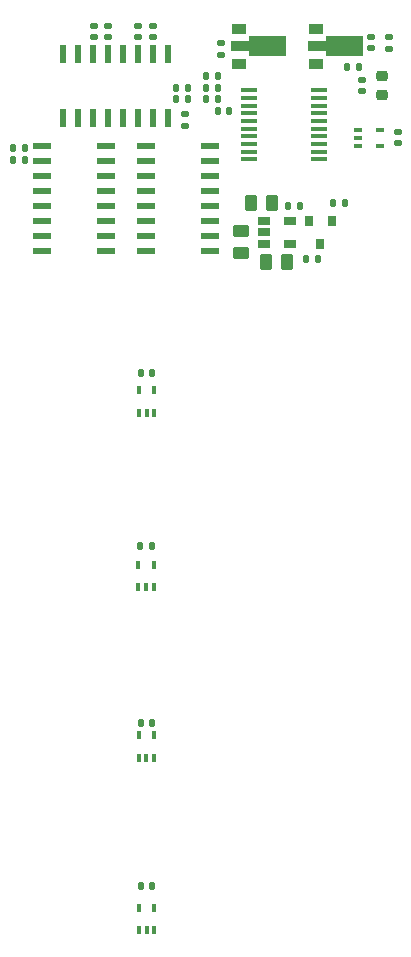
<source format=gbr>
%TF.GenerationSoftware,KiCad,Pcbnew,(6.0.0)*%
%TF.CreationDate,2022-08-23T17:29:19+02:00*%
%TF.ProjectId,TempSpike,54656d70-5370-4696-9b65-2e6b69636164,rev?*%
%TF.SameCoordinates,Original*%
%TF.FileFunction,Paste,Top*%
%TF.FilePolarity,Positive*%
%FSLAX46Y46*%
G04 Gerber Fmt 4.6, Leading zero omitted, Abs format (unit mm)*
G04 Created by KiCad (PCBNEW (6.0.0)) date 2022-08-23 17:29:19*
%MOMM*%
%LPD*%
G01*
G04 APERTURE LIST*
G04 Aperture macros list*
%AMRoundRect*
0 Rectangle with rounded corners*
0 $1 Rounding radius*
0 $2 $3 $4 $5 $6 $7 $8 $9 X,Y pos of 4 corners*
0 Add a 4 corners polygon primitive as box body*
4,1,4,$2,$3,$4,$5,$6,$7,$8,$9,$2,$3,0*
0 Add four circle primitives for the rounded corners*
1,1,$1+$1,$2,$3*
1,1,$1+$1,$4,$5*
1,1,$1+$1,$6,$7*
1,1,$1+$1,$8,$9*
0 Add four rect primitives between the rounded corners*
20,1,$1+$1,$2,$3,$4,$5,0*
20,1,$1+$1,$4,$5,$6,$7,0*
20,1,$1+$1,$6,$7,$8,$9,0*
20,1,$1+$1,$8,$9,$2,$3,0*%
%AMFreePoly0*
4,1,9,3.862500,-0.866500,0.737500,-0.866500,0.737500,-0.450000,-0.737500,-0.450000,-0.737500,0.450000,0.737500,0.450000,0.737500,0.866500,3.862500,0.866500,3.862500,-0.866500,3.862500,-0.866500,$1*%
G04 Aperture macros list end*
%ADD10R,0.400000X0.650000*%
%ADD11RoundRect,0.140000X0.140000X0.170000X-0.140000X0.170000X-0.140000X-0.170000X0.140000X-0.170000X0*%
%ADD12RoundRect,0.135000X0.135000X0.185000X-0.135000X0.185000X-0.135000X-0.185000X0.135000X-0.185000X0*%
%ADD13R,1.500000X0.600000*%
%ADD14RoundRect,0.140000X-0.170000X0.140000X-0.170000X-0.140000X0.170000X-0.140000X0.170000X0.140000X0*%
%ADD15RoundRect,0.140000X0.170000X-0.140000X0.170000X0.140000X-0.170000X0.140000X-0.170000X-0.140000X0*%
%ADD16R,1.450000X0.450000*%
%ADD17R,0.600000X1.500000*%
%ADD18RoundRect,0.140000X-0.140000X-0.170000X0.140000X-0.170000X0.140000X0.170000X-0.140000X0.170000X0*%
%ADD19R,1.300000X0.900000*%
%ADD20FreePoly0,0.000000*%
%ADD21RoundRect,0.135000X-0.135000X-0.185000X0.135000X-0.185000X0.135000X0.185000X-0.135000X0.185000X0*%
%ADD22R,1.060000X0.650000*%
%ADD23RoundRect,0.218750X0.256250X-0.218750X0.256250X0.218750X-0.256250X0.218750X-0.256250X-0.218750X0*%
%ADD24R,0.800000X0.900000*%
%ADD25RoundRect,0.135000X0.185000X-0.135000X0.185000X0.135000X-0.185000X0.135000X-0.185000X-0.135000X0*%
%ADD26R,0.650000X0.400000*%
%ADD27RoundRect,0.250000X0.262500X0.450000X-0.262500X0.450000X-0.262500X-0.450000X0.262500X-0.450000X0*%
%ADD28RoundRect,0.250000X-0.262500X-0.450000X0.262500X-0.450000X0.262500X0.450000X-0.262500X0.450000X0*%
%ADD29RoundRect,0.250000X-0.450000X0.262500X-0.450000X-0.262500X0.450000X-0.262500X0.450000X0.262500X0*%
G04 APERTURE END LIST*
D10*
%TO.C,U5*%
X152350000Y-118350000D03*
X153000000Y-118350000D03*
X153650000Y-118350000D03*
X153650000Y-116450000D03*
X152350000Y-116450000D03*
%TD*%
%TO.C,U7*%
X152300000Y-89310000D03*
X152950000Y-89310000D03*
X153600000Y-89310000D03*
X153600000Y-87410000D03*
X152300000Y-87410000D03*
%TD*%
%TO.C,U10*%
X152350000Y-74510000D03*
X153000000Y-74510000D03*
X153650000Y-74510000D03*
X153650000Y-72610000D03*
X152350000Y-72610000D03*
%TD*%
%TO.C,U11*%
X152310000Y-103750000D03*
X152960000Y-103750000D03*
X153610000Y-103750000D03*
X153610000Y-101850000D03*
X152310000Y-101850000D03*
%TD*%
D11*
%TO.C,C9*%
X153480000Y-114600000D03*
X152520000Y-114600000D03*
%TD*%
%TO.C,C12*%
X153430000Y-85800000D03*
X152470000Y-85800000D03*
%TD*%
%TO.C,C14*%
X153440000Y-100800000D03*
X152480000Y-100800000D03*
%TD*%
%TO.C,C13*%
X153480000Y-71200000D03*
X152520000Y-71200000D03*
%TD*%
D12*
%TO.C,R13*%
X169800000Y-56800000D03*
X168780000Y-56800000D03*
%TD*%
D13*
%TO.C,U9*%
X158320000Y-60815000D03*
X158320000Y-59545000D03*
X158320000Y-58275000D03*
X158320000Y-57005000D03*
X158320000Y-55735000D03*
X158320000Y-54465000D03*
X158320000Y-53195000D03*
X158320000Y-51925000D03*
X152920000Y-51925000D03*
X152920000Y-53195000D03*
X152920000Y-54465000D03*
X152920000Y-55735000D03*
X152920000Y-57005000D03*
X152920000Y-58275000D03*
X152920000Y-59545000D03*
X152920000Y-60815000D03*
%TD*%
D11*
%TO.C,C7*%
X159960000Y-49000000D03*
X159000000Y-49000000D03*
%TD*%
D14*
%TO.C,C4*%
X156250000Y-49250000D03*
X156250000Y-50210000D03*
%TD*%
%TO.C,C1*%
X149750000Y-41790000D03*
X149750000Y-42750000D03*
%TD*%
%TO.C,C8*%
X172000000Y-42724500D03*
X172000000Y-43684500D03*
%TD*%
%TO.C,C6*%
X152250000Y-41790000D03*
X152250000Y-42750000D03*
%TD*%
D13*
%TO.C,U8*%
X149570000Y-60815000D03*
X149570000Y-59545000D03*
X149570000Y-58275000D03*
X149570000Y-57005000D03*
X149570000Y-55735000D03*
X149570000Y-54465000D03*
X149570000Y-53195000D03*
X149570000Y-51925000D03*
X144170000Y-51925000D03*
X144170000Y-53195000D03*
X144170000Y-54465000D03*
X144170000Y-55735000D03*
X144170000Y-57005000D03*
X144170000Y-58275000D03*
X144170000Y-59545000D03*
X144170000Y-60815000D03*
%TD*%
D15*
%TO.C,C2*%
X153500000Y-42750000D03*
X153500000Y-41790000D03*
%TD*%
D16*
%TO.C,U4*%
X161690000Y-47230000D03*
X161690000Y-47880000D03*
X161690000Y-48530000D03*
X161690000Y-49180000D03*
X161690000Y-49830000D03*
X161690000Y-50480000D03*
X161690000Y-51130000D03*
X161690000Y-51780000D03*
X161690000Y-52430000D03*
X161690000Y-53080000D03*
X167590000Y-53080000D03*
X167590000Y-52430000D03*
X167590000Y-51780000D03*
X167590000Y-51130000D03*
X167590000Y-50480000D03*
X167590000Y-49830000D03*
X167590000Y-49180000D03*
X167590000Y-48530000D03*
X167590000Y-47880000D03*
X167590000Y-47230000D03*
%TD*%
D17*
%TO.C,U1*%
X154825000Y-44170000D03*
X153555000Y-44170000D03*
X152285000Y-44170000D03*
X151015000Y-44170000D03*
X149745000Y-44170000D03*
X148475000Y-44170000D03*
X147205000Y-44170000D03*
X145935000Y-44170000D03*
X145935000Y-49570000D03*
X147205000Y-49570000D03*
X148475000Y-49570000D03*
X149745000Y-49570000D03*
X151015000Y-49570000D03*
X152285000Y-49570000D03*
X153555000Y-49570000D03*
X154825000Y-49570000D03*
%TD*%
D18*
%TO.C,C5*%
X165000000Y-57000000D03*
X165960000Y-57000000D03*
%TD*%
D15*
%TO.C,C3*%
X148500000Y-42710000D03*
X148500000Y-41750000D03*
%TD*%
D19*
%TO.C,U3*%
X167350000Y-42000000D03*
D20*
X167437500Y-43500000D03*
D19*
X167350000Y-45000000D03*
%TD*%
D21*
%TO.C,R10*%
X155480000Y-47000000D03*
X156500000Y-47000000D03*
%TD*%
D19*
%TO.C,U12*%
X160850000Y-42000000D03*
D20*
X160937500Y-43500000D03*
D19*
X160850000Y-45000000D03*
%TD*%
D22*
%TO.C,U2*%
X162900000Y-58300000D03*
X162900000Y-59250000D03*
X162900000Y-60200000D03*
X165100000Y-60200000D03*
X165100000Y-58300000D03*
%TD*%
D21*
%TO.C,R11*%
X157990000Y-47000000D03*
X159010000Y-47000000D03*
%TD*%
%TO.C,R12*%
X155480000Y-48000000D03*
X156500000Y-48000000D03*
%TD*%
%TO.C,R9*%
X141700000Y-53100000D03*
X142720000Y-53100000D03*
%TD*%
D15*
%TO.C,C11*%
X174250000Y-51710000D03*
X174250000Y-50750000D03*
%TD*%
D23*
%TO.C,D1*%
X172945000Y-47611500D03*
X172945000Y-46036500D03*
%TD*%
D21*
%TO.C,R8*%
X157990000Y-48000000D03*
X159010000Y-48000000D03*
%TD*%
%TO.C,R6*%
X157980000Y-46000000D03*
X159000000Y-46000000D03*
%TD*%
D12*
%TO.C,R4*%
X167500000Y-61500000D03*
X166480000Y-61500000D03*
%TD*%
D24*
%TO.C,Q1*%
X168650000Y-58250000D03*
X166750000Y-58250000D03*
X167700000Y-60250000D03*
%TD*%
D25*
%TO.C,R5*%
X173500000Y-43724000D03*
X173500000Y-42704000D03*
%TD*%
D15*
%TO.C,C10*%
X171250000Y-47277500D03*
X171250000Y-46317500D03*
%TD*%
D21*
%TO.C,R7*%
X141680000Y-52100000D03*
X142700000Y-52100000D03*
%TD*%
D18*
%TO.C,C16*%
X170000000Y-45250000D03*
X170960000Y-45250000D03*
%TD*%
D15*
%TO.C,C15*%
X159250000Y-44210000D03*
X159250000Y-43250000D03*
%TD*%
D26*
%TO.C,U6*%
X170850000Y-50600000D03*
X170850000Y-51250000D03*
X170850000Y-51900000D03*
X172750000Y-51900000D03*
X172750000Y-50600000D03*
%TD*%
D27*
%TO.C,R1*%
X163625000Y-56800000D03*
X161800000Y-56800000D03*
%TD*%
D28*
%TO.C,R2*%
X163087500Y-61750000D03*
X164912500Y-61750000D03*
%TD*%
D29*
%TO.C,R3*%
X161000000Y-59175000D03*
X161000000Y-61000000D03*
%TD*%
M02*

</source>
